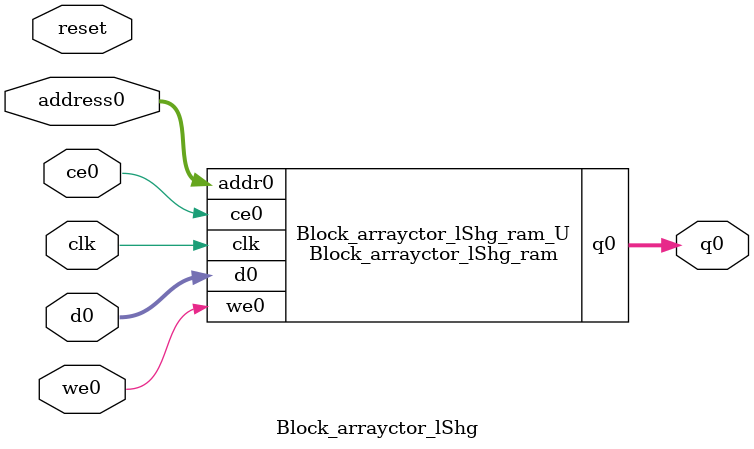
<source format=v>
`timescale 1 ns / 1 ps
module Block_arrayctor_lShg_ram (addr0, ce0, d0, we0, q0,  clk);

parameter DWIDTH = 5;
parameter AWIDTH = 9;
parameter MEM_SIZE = 320;

input[AWIDTH-1:0] addr0;
input ce0;
input[DWIDTH-1:0] d0;
input we0;
output reg[DWIDTH-1:0] q0;
input clk;

(* ram_style = "block" *)reg [DWIDTH-1:0] ram[0:MEM_SIZE-1];




always @(posedge clk)  
begin 
    if (ce0) begin
        if (we0) 
            ram[addr0] <= d0; 
        q0 <= ram[addr0];
    end
end


endmodule

`timescale 1 ns / 1 ps
module Block_arrayctor_lShg(
    reset,
    clk,
    address0,
    ce0,
    we0,
    d0,
    q0);

parameter DataWidth = 32'd5;
parameter AddressRange = 32'd320;
parameter AddressWidth = 32'd9;
input reset;
input clk;
input[AddressWidth - 1:0] address0;
input ce0;
input we0;
input[DataWidth - 1:0] d0;
output[DataWidth - 1:0] q0;



Block_arrayctor_lShg_ram Block_arrayctor_lShg_ram_U(
    .clk( clk ),
    .addr0( address0 ),
    .ce0( ce0 ),
    .we0( we0 ),
    .d0( d0 ),
    .q0( q0 ));

endmodule


</source>
